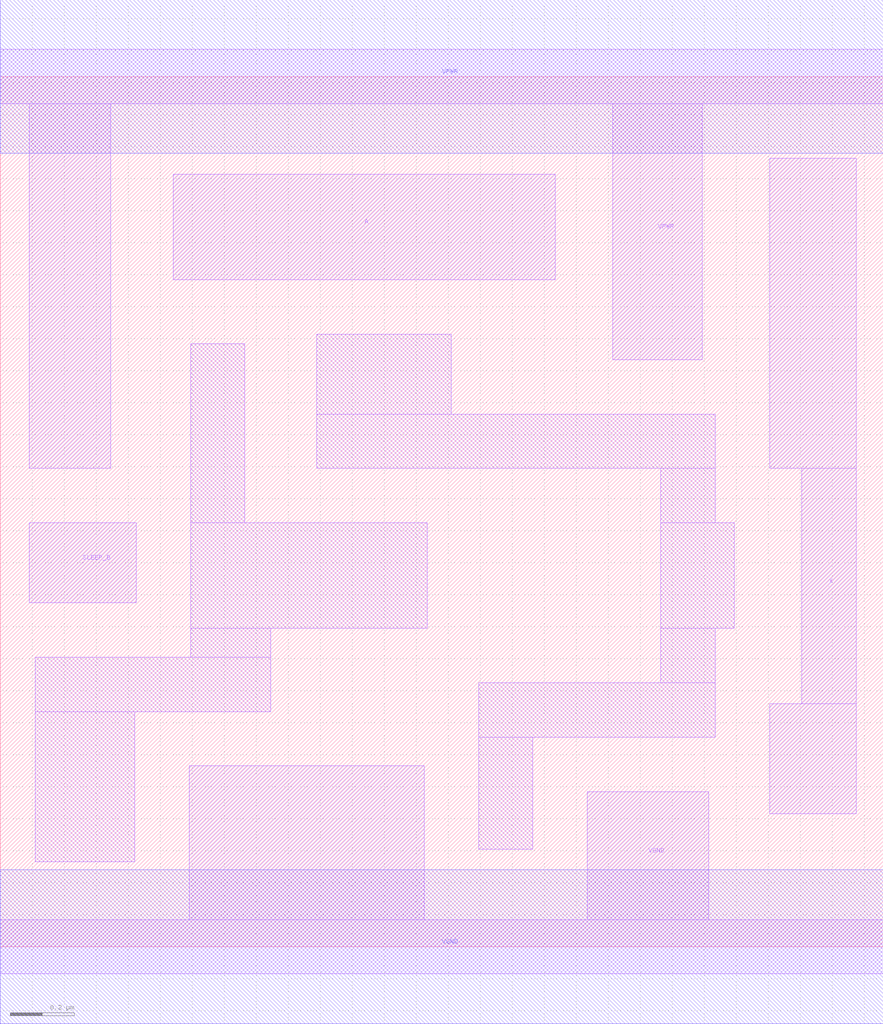
<source format=lef>
# Copyright 2020 The SkyWater PDK Authors
#
# Licensed under the Apache License, Version 2.0 (the "License");
# you may not use this file except in compliance with the License.
# You may obtain a copy of the License at
#
#     https://www.apache.org/licenses/LICENSE-2.0
#
# Unless required by applicable law or agreed to in writing, software
# distributed under the License is distributed on an "AS IS" BASIS,
# WITHOUT WARRANTIES OR CONDITIONS OF ANY KIND, either express or implied.
# See the License for the specific language governing permissions and
# limitations under the License.
#
# SPDX-License-Identifier: Apache-2.0

VERSION 5.5 ;
NAMESCASESENSITIVE ON ;
BUSBITCHARS "[]" ;
DIVIDERCHAR "/" ;
MACRO sky130_fd_sc_hd__lpflow_inputiso1n_1
  CLASS CORE ;
  SOURCE USER ;
  ORIGIN  0.000000  0.000000 ;
  SIZE  2.760000 BY  2.720000 ;
  SYMMETRY X Y R90 ;
  SITE unithd ;
  PIN A
    ANTENNAGATEAREA  0.126000 ;
    DIRECTION INPUT ;
    USE SIGNAL ;
    PORT
      LAYER li1 ;
        RECT 0.540000 2.085000 1.735000 2.415000 ;
    END
  END A
  PIN SLEEP_B
    ANTENNAGATEAREA  0.126000 ;
    DIRECTION INPUT ;
    USE SIGNAL ;
    PORT
      LAYER li1 ;
        RECT 0.090000 1.075000 0.425000 1.325000 ;
    END
  END SLEEP_B
  PIN X
    ANTENNADIFFAREA  0.445500 ;
    DIRECTION OUTPUT ;
    USE SIGNAL ;
    PORT
      LAYER li1 ;
        RECT 2.405000 0.415000 2.675000 0.760000 ;
        RECT 2.405000 1.495000 2.675000 2.465000 ;
        RECT 2.505000 0.760000 2.675000 1.495000 ;
    END
  END X
  PIN VGND
    DIRECTION INOUT ;
    SHAPE ABUTMENT ;
    USE GROUND ;
    PORT
      LAYER li1 ;
        RECT 0.000000 -0.085000 2.760000 0.085000 ;
        RECT 0.590000  0.085000 1.325000 0.565000 ;
        RECT 1.835000  0.085000 2.215000 0.485000 ;
    END
    PORT
      LAYER met1 ;
        RECT 0.000000 -0.240000 2.760000 0.240000 ;
    END
  END VGND
  PIN VNB
    DIRECTION INOUT ;
    USE GROUND ;
    PORT
    END
  END VNB
  PIN VPB
    DIRECTION INOUT ;
    USE POWER ;
    PORT
    END
  END VPB
  PIN VPWR
    DIRECTION INOUT ;
    SHAPE ABUTMENT ;
    USE POWER ;
    PORT
      LAYER li1 ;
        RECT 0.000000 2.635000 2.760000 2.805000 ;
        RECT 0.090000 1.495000 0.345000 2.635000 ;
        RECT 1.915000 1.835000 2.195000 2.635000 ;
    END
    PORT
      LAYER met1 ;
        RECT 0.000000 2.480000 2.760000 2.960000 ;
    END
  END VPWR
  OBS
    LAYER li1 ;
      RECT 0.110000 0.265000 0.420000 0.735000 ;
      RECT 0.110000 0.735000 0.845000 0.905000 ;
      RECT 0.595000 0.905000 0.845000 0.995000 ;
      RECT 0.595000 0.995000 1.335000 1.325000 ;
      RECT 0.595000 1.325000 0.765000 1.885000 ;
      RECT 0.990000 1.495000 2.235000 1.665000 ;
      RECT 0.990000 1.665000 1.410000 1.915000 ;
      RECT 1.495000 0.305000 1.665000 0.655000 ;
      RECT 1.495000 0.655000 2.235000 0.825000 ;
      RECT 2.065000 0.825000 2.235000 0.995000 ;
      RECT 2.065000 0.995000 2.295000 1.325000 ;
      RECT 2.065000 1.325000 2.235000 1.495000 ;
  END
END sky130_fd_sc_hd__lpflow_inputiso1n_1
END LIBRARY

</source>
